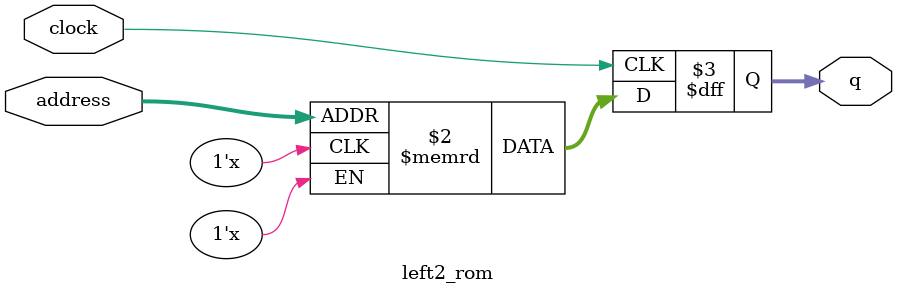
<source format=sv>
module left2_rom (
	input logic clock,
	input logic [9:0] address,
	output logic [3:0] q
);

logic [3:0] memory [0:1023] /* synthesis ram_init_file = "./left2/left2.mif" */;

always_ff @ (posedge clock) begin
	q <= memory[address];
end

endmodule

</source>
